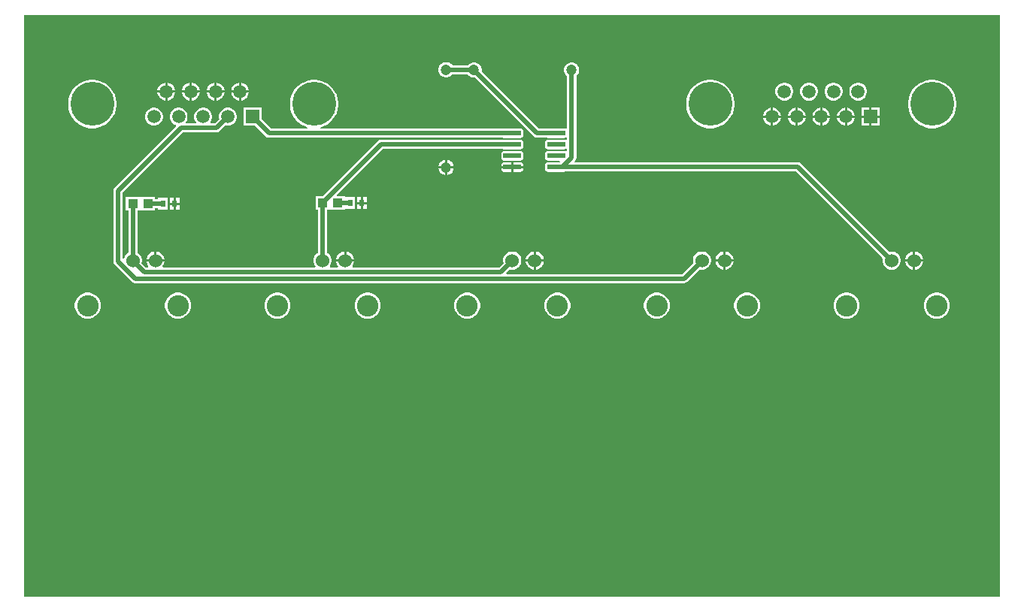
<source format=gbr>
G04*
G04 #@! TF.GenerationSoftware,Altium Limited,Altium Designer,22.11.1 (43)*
G04*
G04 Layer_Physical_Order=1*
G04 Layer_Color=255*
%FSLAX25Y25*%
%MOIN*%
G70*
G04*
G04 #@! TF.SameCoordinates,2508BC3E-BDE3-465E-931E-0E6F767F2DAF*
G04*
G04*
G04 #@! TF.FilePolarity,Positive*
G04*
G01*
G75*
%ADD15R,0.04331X0.03937*%
%ADD16R,0.02362X0.03150*%
G04:AMPARAMS|DCode=17|XSize=77.56mil|YSize=23.23mil|CornerRadius=2.9mil|HoleSize=0mil|Usage=FLASHONLY|Rotation=0.000|XOffset=0mil|YOffset=0mil|HoleType=Round|Shape=RoundedRectangle|*
%AMROUNDEDRECTD17*
21,1,0.07756,0.01742,0,0,0.0*
21,1,0.07175,0.02323,0,0,0.0*
1,1,0.00581,0.03588,-0.00871*
1,1,0.00581,-0.03588,-0.00871*
1,1,0.00581,-0.03588,0.00871*
1,1,0.00581,0.03588,0.00871*
%
%ADD17ROUNDEDRECTD17*%
%ADD21C,0.06000*%
%ADD27C,0.02000*%
%ADD28C,0.09500*%
%ADD29C,0.05906*%
%ADD30R,0.05906X0.05906*%
%ADD31C,0.19488*%
%ADD32C,0.04724*%
G36*
X532500Y100000D02*
X100000D01*
Y358000D01*
X532500D01*
Y100000D01*
D02*
G37*
%LPC*%
G36*
X174357Y327953D02*
X174337D01*
Y324500D01*
X177789D01*
Y324520D01*
X177520Y325526D01*
X176999Y326427D01*
X176264Y327163D01*
X175362Y327683D01*
X174357Y327953D01*
D02*
G37*
G36*
X185263D02*
X185242D01*
Y324500D01*
X188695D01*
Y324520D01*
X188426Y325526D01*
X187905Y326427D01*
X187169Y327163D01*
X186268Y327683D01*
X185263Y327953D01*
D02*
G37*
G36*
X163451D02*
X163431D01*
Y324500D01*
X166884D01*
Y324520D01*
X166614Y325526D01*
X166094Y326427D01*
X165358Y327163D01*
X164457Y327683D01*
X163451Y327953D01*
D02*
G37*
G36*
X196168D02*
X196148D01*
Y324500D01*
X199600D01*
Y324520D01*
X199331Y325526D01*
X198811Y326427D01*
X198075Y327163D01*
X197173Y327683D01*
X196168Y327953D01*
D02*
G37*
G36*
X162431D02*
X162411D01*
X161405Y327683D01*
X160504Y327163D01*
X159768Y326427D01*
X159248Y325526D01*
X158978Y324520D01*
Y324500D01*
X162431D01*
Y327953D01*
D02*
G37*
G36*
X195148D02*
X195127D01*
X194122Y327683D01*
X193220Y327163D01*
X192485Y326427D01*
X191964Y325526D01*
X191695Y324520D01*
Y324500D01*
X195148D01*
Y327953D01*
D02*
G37*
G36*
X173337D02*
X173316D01*
X172311Y327683D01*
X171409Y327163D01*
X170674Y326427D01*
X170153Y325526D01*
X169884Y324520D01*
Y324500D01*
X173337D01*
Y327953D01*
D02*
G37*
G36*
X184242D02*
X184222D01*
X183216Y327683D01*
X182315Y327163D01*
X181579Y326427D01*
X181059Y325526D01*
X180789Y324520D01*
Y324500D01*
X184242D01*
Y327953D01*
D02*
G37*
G36*
X470185D02*
X469145D01*
X468139Y327683D01*
X467238Y327163D01*
X466502Y326427D01*
X465982Y325526D01*
X465712Y324520D01*
Y323480D01*
X465982Y322474D01*
X466502Y321573D01*
X467238Y320837D01*
X468139Y320317D01*
X469145Y320047D01*
X470185D01*
X471191Y320317D01*
X472092Y320837D01*
X472828Y321573D01*
X473348Y322474D01*
X473618Y323480D01*
Y324520D01*
X473348Y325526D01*
X472828Y326427D01*
X472092Y327163D01*
X471191Y327683D01*
X470185Y327953D01*
D02*
G37*
G36*
X459280D02*
X458239D01*
X457234Y327683D01*
X456332Y327163D01*
X455596Y326427D01*
X455076Y325526D01*
X454807Y324520D01*
Y323480D01*
X455076Y322474D01*
X455596Y321573D01*
X456332Y320837D01*
X457234Y320317D01*
X458239Y320047D01*
X459280D01*
X460285Y320317D01*
X461187Y320837D01*
X461922Y321573D01*
X462443Y322474D01*
X462712Y323480D01*
Y324520D01*
X462443Y325526D01*
X461922Y326427D01*
X461187Y327163D01*
X460285Y327683D01*
X459280Y327953D01*
D02*
G37*
G36*
X448374D02*
X447333D01*
X446328Y327683D01*
X445427Y327163D01*
X444691Y326427D01*
X444171Y325526D01*
X443901Y324520D01*
Y323480D01*
X444171Y322474D01*
X444691Y321573D01*
X445427Y320837D01*
X446328Y320317D01*
X447333Y320047D01*
X448374D01*
X449380Y320317D01*
X450281Y320837D01*
X451017Y321573D01*
X451537Y322474D01*
X451807Y323480D01*
Y324520D01*
X451537Y325526D01*
X451017Y326427D01*
X450281Y327163D01*
X449380Y327683D01*
X448374Y327953D01*
D02*
G37*
G36*
X437469D02*
X436428D01*
X435423Y327683D01*
X434521Y327163D01*
X433785Y326427D01*
X433265Y325526D01*
X432996Y324520D01*
Y323480D01*
X433265Y322474D01*
X433785Y321573D01*
X434521Y320837D01*
X435423Y320317D01*
X436428Y320047D01*
X437469D01*
X438474Y320317D01*
X439375Y320837D01*
X440111Y321573D01*
X440632Y322474D01*
X440901Y323480D01*
Y324520D01*
X440632Y325526D01*
X440111Y326427D01*
X439375Y327163D01*
X438474Y327683D01*
X437469Y327953D01*
D02*
G37*
G36*
X199600Y323500D02*
X196148D01*
Y320047D01*
X196168D01*
X197173Y320317D01*
X198075Y320837D01*
X198811Y321573D01*
X199331Y322474D01*
X199600Y323480D01*
Y323500D01*
D02*
G37*
G36*
X195148D02*
X191695D01*
Y323480D01*
X191964Y322474D01*
X192485Y321573D01*
X193220Y320837D01*
X194122Y320317D01*
X195127Y320047D01*
X195148D01*
Y323500D01*
D02*
G37*
G36*
X188695D02*
X185242D01*
Y320047D01*
X185263D01*
X186268Y320317D01*
X187169Y320837D01*
X187905Y321573D01*
X188426Y322474D01*
X188695Y323480D01*
Y323500D01*
D02*
G37*
G36*
X184242D02*
X180789D01*
Y323480D01*
X181059Y322474D01*
X181579Y321573D01*
X182315Y320837D01*
X183216Y320317D01*
X184222Y320047D01*
X184242D01*
Y323500D01*
D02*
G37*
G36*
X177789D02*
X174337D01*
Y320047D01*
X174357D01*
X175362Y320317D01*
X176264Y320837D01*
X176999Y321573D01*
X177520Y322474D01*
X177789Y323480D01*
Y323500D01*
D02*
G37*
G36*
X173337D02*
X169884D01*
Y323480D01*
X170153Y322474D01*
X170674Y321573D01*
X171409Y320837D01*
X172311Y320317D01*
X173316Y320047D01*
X173337D01*
Y323500D01*
D02*
G37*
G36*
X166884D02*
X163431D01*
Y320047D01*
X163451D01*
X164457Y320317D01*
X165358Y320837D01*
X166094Y321573D01*
X166614Y322474D01*
X166884Y323480D01*
Y323500D01*
D02*
G37*
G36*
X162431D02*
X158978D01*
Y323480D01*
X159248Y322474D01*
X159768Y321573D01*
X160504Y320837D01*
X161405Y320317D01*
X162411Y320047D01*
X162431D01*
Y323500D01*
D02*
G37*
G36*
X442922Y316772D02*
X442901D01*
Y313319D01*
X446354D01*
Y313339D01*
X446085Y314345D01*
X445564Y315246D01*
X444828Y315982D01*
X443927Y316502D01*
X442922Y316772D01*
D02*
G37*
G36*
X479071D02*
X475618D01*
Y313319D01*
X479071D01*
Y316772D01*
D02*
G37*
G36*
X432016D02*
X431996D01*
Y313319D01*
X435448D01*
Y313339D01*
X435179Y314345D01*
X434659Y315246D01*
X433923Y315982D01*
X433021Y316502D01*
X432016Y316772D01*
D02*
G37*
G36*
X464733D02*
X464712D01*
Y313319D01*
X468165D01*
Y313339D01*
X467896Y314345D01*
X467375Y315246D01*
X466639Y315982D01*
X465738Y316502D01*
X464733Y316772D01*
D02*
G37*
G36*
X453827D02*
X453807D01*
Y313319D01*
X457259D01*
Y313339D01*
X456990Y314345D01*
X456470Y315246D01*
X455734Y315982D01*
X454832Y316502D01*
X453827Y316772D01*
D02*
G37*
G36*
X452807D02*
X452786D01*
X451781Y316502D01*
X450880Y315982D01*
X450144Y315246D01*
X449623Y314345D01*
X449354Y313339D01*
Y313319D01*
X452807D01*
Y316772D01*
D02*
G37*
G36*
X463712D02*
X463692D01*
X462686Y316502D01*
X461785Y315982D01*
X461049Y315246D01*
X460529Y314345D01*
X460259Y313339D01*
Y313319D01*
X463712D01*
Y316772D01*
D02*
G37*
G36*
X474618D02*
X471165D01*
Y313319D01*
X474618D01*
Y316772D01*
D02*
G37*
G36*
X430996D02*
X430975D01*
X429970Y316502D01*
X429069Y315982D01*
X428333Y315246D01*
X427812Y314345D01*
X427543Y313339D01*
Y313319D01*
X430996D01*
Y316772D01*
D02*
G37*
G36*
X441901D02*
X441881D01*
X440875Y316502D01*
X439974Y315982D01*
X439238Y315246D01*
X438718Y314345D01*
X438448Y313339D01*
Y313319D01*
X441901D01*
Y316772D01*
D02*
G37*
G36*
X190715D02*
X189674D01*
X188669Y316502D01*
X187768Y315982D01*
X187032Y315246D01*
X186511Y314345D01*
X186242Y313339D01*
Y312298D01*
X186358Y311866D01*
X184397Y309905D01*
X182619D01*
X182428Y310367D01*
X182452Y310392D01*
X182973Y311293D01*
X183242Y312298D01*
Y313339D01*
X182973Y314345D01*
X182452Y315246D01*
X181716Y315982D01*
X180815Y316502D01*
X179810Y316772D01*
X178769D01*
X177764Y316502D01*
X176862Y315982D01*
X176126Y315246D01*
X175606Y314345D01*
X175337Y313339D01*
Y312298D01*
X175606Y311293D01*
X176126Y310392D01*
X176151Y310367D01*
X175960Y309905D01*
X171714D01*
X171522Y310367D01*
X171547Y310392D01*
X172067Y311293D01*
X172337Y312298D01*
Y313339D01*
X172067Y314345D01*
X171547Y315246D01*
X170811Y315982D01*
X169910Y316502D01*
X168904Y316772D01*
X167863D01*
X166858Y316502D01*
X165957Y315982D01*
X165221Y315246D01*
X164700Y314345D01*
X164431Y313339D01*
Y312298D01*
X164700Y311293D01*
X165221Y310392D01*
X165957Y309656D01*
X166858Y309136D01*
X167080Y309076D01*
X167209Y308593D01*
X140058Y281442D01*
X139616Y280780D01*
X139461Y280000D01*
Y248525D01*
X139616Y247745D01*
X140058Y247083D01*
X147583Y239559D01*
X148245Y239117D01*
X149025Y238961D01*
X149025Y238961D01*
X392399D01*
X393179Y239117D01*
X393841Y239559D01*
X399407Y245125D01*
X399872Y245000D01*
X400926D01*
X401943Y245273D01*
X402855Y245800D01*
X403600Y246544D01*
X404126Y247457D01*
X404399Y248474D01*
Y249527D01*
X404126Y250544D01*
X403600Y251456D01*
X402855Y252201D01*
X401943Y252728D01*
X400926Y253000D01*
X399872D01*
X398855Y252728D01*
X397943Y252201D01*
X397198Y251456D01*
X396672Y250544D01*
X396399Y249527D01*
Y248474D01*
X396524Y248009D01*
X391554Y243040D01*
X313874D01*
X313683Y243502D01*
X315306Y245125D01*
X315771Y245000D01*
X316825D01*
X317842Y245273D01*
X318754Y245800D01*
X319499Y246544D01*
X320025Y247457D01*
X320298Y248474D01*
Y249527D01*
X320025Y250544D01*
X319499Y251456D01*
X318754Y252201D01*
X317842Y252728D01*
X316825Y253000D01*
X315771D01*
X314754Y252728D01*
X313842Y252201D01*
X313097Y251456D01*
X312571Y250544D01*
X312298Y249527D01*
Y248474D01*
X312423Y248009D01*
X310453Y246040D01*
X245546D01*
X245355Y246501D01*
X245398Y246544D01*
X245924Y247457D01*
X246197Y248474D01*
Y248500D01*
X242197D01*
X238197D01*
Y248474D01*
X238470Y247457D01*
X238996Y246544D01*
X239039Y246501D01*
X238848Y246040D01*
X235546D01*
X235355Y246501D01*
X235398Y246544D01*
X235924Y247457D01*
X236197Y248474D01*
Y249527D01*
X235924Y250544D01*
X235398Y251456D01*
X234653Y252201D01*
X234291Y252410D01*
Y271532D01*
X235335D01*
X235472Y271532D01*
Y271532D01*
X235835D01*
Y271532D01*
X242165D01*
X242260Y271925D01*
X246622D01*
Y277075D01*
X242260D01*
X242165Y277468D01*
X238543D01*
X238352Y277930D01*
X258882Y298461D01*
X312094D01*
X312165Y298413D01*
X312668Y298313D01*
X319844D01*
X320347Y298413D01*
X320774Y298699D01*
X321059Y299126D01*
X321159Y299629D01*
Y301371D01*
X321059Y301874D01*
X320774Y302301D01*
X320347Y302587D01*
X319844Y302687D01*
X312668D01*
X312165Y302587D01*
X312094Y302539D01*
X258038D01*
X257257Y302384D01*
X256596Y301942D01*
X232122Y277468D01*
X229142D01*
Y271532D01*
X230213D01*
Y252474D01*
X229741Y252201D01*
X228996Y251456D01*
X228470Y250544D01*
X228197Y249527D01*
Y248474D01*
X228470Y247457D01*
X228996Y246544D01*
X229039Y246501D01*
X228848Y246040D01*
X161445D01*
X161254Y246501D01*
X161297Y246544D01*
X161823Y247457D01*
X162096Y248474D01*
Y248500D01*
X158096D01*
X154096D01*
Y248474D01*
X154369Y247457D01*
X154895Y246544D01*
X154938Y246501D01*
X154747Y246040D01*
X153941D01*
X151971Y248009D01*
X152096Y248474D01*
Y249527D01*
X151823Y250544D01*
X151297Y251456D01*
X150552Y252201D01*
X150164Y252425D01*
Y271299D01*
X151181D01*
X151319Y271299D01*
X151681D01*
X151819Y271299D01*
X158012D01*
Y272176D01*
X159260D01*
Y271588D01*
X163622D01*
Y276738D01*
X159260D01*
Y276255D01*
X158012D01*
Y277236D01*
X151819D01*
X151681Y277236D01*
X151319D01*
X151181Y277236D01*
X144988D01*
Y271299D01*
X146086D01*
Y252459D01*
X145640Y252201D01*
X144895Y251456D01*
X144369Y250544D01*
X144205Y249934D01*
X143629Y249717D01*
X143539Y249777D01*
Y279155D01*
X170211Y305827D01*
X185242D01*
X186022Y305982D01*
X186684Y306424D01*
X189242Y308982D01*
X189674Y308866D01*
X190715D01*
X191720Y309136D01*
X192622Y309656D01*
X193358Y310392D01*
X193878Y311293D01*
X194148Y312298D01*
Y313339D01*
X193878Y314345D01*
X193358Y315246D01*
X192622Y315982D01*
X191720Y316502D01*
X190715Y316772D01*
D02*
G37*
G36*
X479071Y312319D02*
X475618D01*
Y308866D01*
X479071D01*
Y312319D01*
D02*
G37*
G36*
X474618D02*
X471165D01*
Y308866D01*
X474618D01*
Y312319D01*
D02*
G37*
G36*
X468165D02*
X464712D01*
Y308866D01*
X464733D01*
X465738Y309136D01*
X466639Y309656D01*
X467375Y310392D01*
X467896Y311293D01*
X468165Y312298D01*
Y312319D01*
D02*
G37*
G36*
X463712D02*
X460259D01*
Y312298D01*
X460529Y311293D01*
X461049Y310392D01*
X461785Y309656D01*
X462686Y309136D01*
X463692Y308866D01*
X463712D01*
Y312319D01*
D02*
G37*
G36*
X457259D02*
X453807D01*
Y308866D01*
X453827D01*
X454832Y309136D01*
X455734Y309656D01*
X456470Y310392D01*
X456990Y311293D01*
X457259Y312298D01*
Y312319D01*
D02*
G37*
G36*
X452807D02*
X449354D01*
Y312298D01*
X449623Y311293D01*
X450144Y310392D01*
X450880Y309656D01*
X451781Y309136D01*
X452786Y308866D01*
X452807D01*
Y312319D01*
D02*
G37*
G36*
X446354D02*
X442901D01*
Y308866D01*
X442922D01*
X443927Y309136D01*
X444828Y309656D01*
X445564Y310392D01*
X446085Y311293D01*
X446354Y312298D01*
Y312319D01*
D02*
G37*
G36*
X441901D02*
X438448D01*
Y312298D01*
X438718Y311293D01*
X439238Y310392D01*
X439974Y309656D01*
X440875Y309136D01*
X441881Y308866D01*
X441901D01*
Y312319D01*
D02*
G37*
G36*
X435448D02*
X431996D01*
Y308866D01*
X432016D01*
X433021Y309136D01*
X433923Y309656D01*
X434659Y310392D01*
X435179Y311293D01*
X435448Y312298D01*
Y312319D01*
D02*
G37*
G36*
X430996D02*
X427543D01*
Y312298D01*
X427812Y311293D01*
X428333Y310392D01*
X429069Y309656D01*
X429970Y309136D01*
X430975Y308866D01*
X430996D01*
Y312319D01*
D02*
G37*
G36*
X157999Y316772D02*
X156958D01*
X155953Y316502D01*
X155051Y315982D01*
X154315Y315246D01*
X153795Y314345D01*
X153525Y313339D01*
Y312298D01*
X153795Y311293D01*
X154315Y310392D01*
X155051Y309656D01*
X155953Y309136D01*
X156958Y308866D01*
X157999D01*
X159004Y309136D01*
X159905Y309656D01*
X160641Y310392D01*
X161162Y311293D01*
X161431Y312298D01*
Y313339D01*
X161162Y314345D01*
X160641Y315246D01*
X159905Y315982D01*
X159004Y316502D01*
X157999Y316772D01*
D02*
G37*
G36*
X503345Y329153D02*
X501654D01*
X499984Y328889D01*
X498375Y328366D01*
X496869Y327599D01*
X495500Y326605D01*
X494305Y325409D01*
X493310Y324041D01*
X492543Y322534D01*
X492020Y320925D01*
X491755Y319255D01*
Y317564D01*
X492020Y315894D01*
X492543Y314285D01*
X493310Y312778D01*
X494305Y311410D01*
X495500Y310214D01*
X496869Y309220D01*
X498375Y308453D01*
X499984Y307930D01*
X501654Y307665D01*
X503345D01*
X505016Y307930D01*
X506624Y308453D01*
X508131Y309220D01*
X509499Y310214D01*
X510695Y311410D01*
X511689Y312778D01*
X512457Y314285D01*
X512979Y315894D01*
X513244Y317564D01*
Y319255D01*
X512979Y320925D01*
X512457Y322534D01*
X511689Y324041D01*
X510695Y325409D01*
X509499Y326605D01*
X508131Y327599D01*
X506624Y328366D01*
X505016Y328889D01*
X503345Y329153D01*
D02*
G37*
G36*
X404959D02*
X403268D01*
X401598Y328889D01*
X399990Y328366D01*
X398483Y327599D01*
X397114Y326605D01*
X395919Y325409D01*
X394925Y324041D01*
X394157Y322534D01*
X393634Y320925D01*
X393370Y319255D01*
Y317564D01*
X393634Y315894D01*
X394157Y314285D01*
X394925Y312778D01*
X395919Y311410D01*
X397114Y310214D01*
X398483Y309220D01*
X399990Y308453D01*
X401598Y307930D01*
X403268Y307665D01*
X404959D01*
X406630Y307930D01*
X408238Y308453D01*
X409745Y309220D01*
X411113Y310214D01*
X412309Y311410D01*
X413303Y312778D01*
X414071Y314285D01*
X414593Y315894D01*
X414858Y317564D01*
Y319255D01*
X414593Y320925D01*
X414071Y322534D01*
X413303Y324041D01*
X412309Y325409D01*
X411113Y326605D01*
X409745Y327599D01*
X408238Y328366D01*
X406630Y328889D01*
X404959Y329153D01*
D02*
G37*
G36*
X130942D02*
X129251D01*
X127580Y328889D01*
X125972Y328366D01*
X124465Y327599D01*
X123097Y326605D01*
X121901Y325409D01*
X120907Y324041D01*
X120140Y322534D01*
X119617Y320925D01*
X119352Y319255D01*
Y317564D01*
X119617Y315894D01*
X120140Y314285D01*
X120907Y312778D01*
X121901Y311410D01*
X123097Y310214D01*
X124465Y309220D01*
X125972Y308453D01*
X127580Y307930D01*
X129251Y307665D01*
X130942D01*
X132612Y307930D01*
X134221Y308453D01*
X135728Y309220D01*
X137096Y310214D01*
X138292Y311410D01*
X139286Y312778D01*
X140053Y314285D01*
X140576Y315894D01*
X140840Y317564D01*
Y319255D01*
X140576Y320925D01*
X140053Y322534D01*
X139286Y324041D01*
X138292Y325409D01*
X137096Y326605D01*
X135728Y327599D01*
X134221Y328366D01*
X132612Y328889D01*
X130942Y329153D01*
D02*
G37*
G36*
X229328D02*
X227637D01*
X225966Y328889D01*
X224358Y328366D01*
X222851Y327599D01*
X221483Y326605D01*
X220287Y325409D01*
X219293Y324041D01*
X218525Y322534D01*
X218003Y320925D01*
X217738Y319255D01*
Y317564D01*
X218003Y315894D01*
X218525Y314285D01*
X219293Y312778D01*
X220287Y311410D01*
X221483Y310214D01*
X222851Y309220D01*
X224358Y308453D01*
X225630Y308039D01*
X225551Y307539D01*
X209264D01*
X205053Y311750D01*
Y316772D01*
X197148D01*
Y308866D01*
X202169D01*
X206977Y304058D01*
X207639Y303616D01*
X208419Y303461D01*
X312094D01*
X312165Y303414D01*
X312668Y303313D01*
X319844D01*
X320347Y303414D01*
X320774Y303699D01*
X321059Y304125D01*
X321159Y304629D01*
Y306371D01*
X321059Y306874D01*
X320774Y307301D01*
X320347Y307587D01*
X319844Y307687D01*
X312668D01*
X312165Y307587D01*
X312094Y307539D01*
X231414D01*
X231334Y308039D01*
X232607Y308453D01*
X234113Y309220D01*
X235482Y310214D01*
X236677Y311410D01*
X237671Y312778D01*
X238439Y314285D01*
X238962Y315894D01*
X239226Y317564D01*
Y319255D01*
X238962Y320925D01*
X238439Y322534D01*
X237671Y324041D01*
X236677Y325409D01*
X235482Y326605D01*
X234113Y327599D01*
X232607Y328366D01*
X230998Y328889D01*
X229328Y329153D01*
D02*
G37*
G36*
X287443Y337016D02*
X286557D01*
X285702Y336787D01*
X284936Y336344D01*
X284310Y335718D01*
X283867Y334951D01*
X283638Y334096D01*
Y333211D01*
X283867Y332356D01*
X284310Y331589D01*
X284936Y330963D01*
X285702Y330521D01*
X286557Y330291D01*
X287443D01*
X288298Y330521D01*
X289064Y330963D01*
X289639Y331538D01*
X296597D01*
X296656Y331436D01*
X297282Y330810D01*
X298049Y330367D01*
X298904Y330138D01*
X299789D01*
X299817Y330145D01*
X325904Y304058D01*
X326566Y303616D01*
X327346Y303461D01*
X331582D01*
X331653Y303414D01*
X332156Y303313D01*
X339332D01*
X339835Y303414D01*
X340114Y303600D01*
X340582Y303408D01*
X340614Y303379D01*
Y302622D01*
X340582Y302592D01*
X340114Y302400D01*
X339835Y302587D01*
X339332Y302687D01*
X332156D01*
X331653Y302587D01*
X331226Y302301D01*
X330941Y301874D01*
X330841Y301371D01*
Y299629D01*
X330941Y299126D01*
X331226Y298699D01*
X331653Y298413D01*
X332156Y298313D01*
X339332D01*
X339835Y298413D01*
X340114Y298600D01*
X340582Y298408D01*
X340614Y298378D01*
Y297621D01*
X340582Y297592D01*
X340114Y297400D01*
X339835Y297586D01*
X339332Y297687D01*
X332156D01*
X331653Y297586D01*
X331226Y297301D01*
X330941Y296874D01*
X330841Y296371D01*
Y294629D01*
X330941Y294126D01*
X331226Y293699D01*
X331653Y293413D01*
X332156Y293313D01*
X337282D01*
X337543Y292813D01*
X337455Y292687D01*
X332156D01*
X331653Y292586D01*
X331226Y292301D01*
X330941Y291875D01*
X330841Y291371D01*
Y289629D01*
X330941Y289125D01*
X331226Y288699D01*
X331653Y288414D01*
X332156Y288313D01*
X339332D01*
X339835Y288414D01*
X339906Y288461D01*
X442156D01*
X480625Y249992D01*
X480500Y249527D01*
Y248474D01*
X480773Y247457D01*
X481299Y246544D01*
X482044Y245800D01*
X482956Y245273D01*
X483973Y245000D01*
X485027D01*
X486044Y245273D01*
X486956Y245800D01*
X487701Y246544D01*
X488227Y247457D01*
X488500Y248474D01*
Y249527D01*
X488227Y250544D01*
X487701Y251456D01*
X486956Y252201D01*
X486044Y252728D01*
X485027Y253000D01*
X483973D01*
X483508Y252876D01*
X444442Y291942D01*
X443781Y292384D01*
X443000Y292539D01*
X344037D01*
X343846Y293001D01*
X344095Y293251D01*
X344537Y293913D01*
X344693Y294693D01*
Y330795D01*
X344718Y330810D01*
X345344Y331436D01*
X345787Y332202D01*
X346016Y333057D01*
Y333943D01*
X345787Y334798D01*
X345344Y335564D01*
X344718Y336190D01*
X343951Y336633D01*
X343096Y336862D01*
X342211D01*
X341356Y336633D01*
X340589Y336190D01*
X339963Y335564D01*
X339521Y334798D01*
X339291Y333943D01*
Y333057D01*
X339521Y332202D01*
X339963Y331436D01*
X340589Y330810D01*
X340614Y330795D01*
Y307622D01*
X340582Y307592D01*
X340114Y307400D01*
X339835Y307587D01*
X339332Y307687D01*
X332156D01*
X331653Y307587D01*
X331582Y307539D01*
X328191D01*
X302701Y333029D01*
X302709Y333057D01*
Y333943D01*
X302480Y334798D01*
X302037Y335564D01*
X301411Y336190D01*
X300644Y336633D01*
X299789Y336862D01*
X298904D01*
X298049Y336633D01*
X297282Y336190D01*
X296708Y335616D01*
X289749D01*
X289690Y335718D01*
X289064Y336344D01*
X288298Y336787D01*
X287443Y337016D01*
D02*
G37*
G36*
X319844Y297687D02*
X312668D01*
X312165Y297586D01*
X311738Y297301D01*
X311453Y296874D01*
X311353Y296371D01*
Y294629D01*
X311453Y294126D01*
X311738Y293699D01*
X312165Y293413D01*
X312668Y293313D01*
X319844D01*
X320347Y293413D01*
X320774Y293699D01*
X321059Y294126D01*
X321159Y294629D01*
Y296371D01*
X321059Y296874D01*
X320774Y297301D01*
X320347Y297586D01*
X319844Y297687D01*
D02*
G37*
G36*
Y292687D02*
X316756D01*
Y291000D01*
X321159D01*
Y291371D01*
X321059Y291875D01*
X320774Y292301D01*
X320347Y292586D01*
X319844Y292687D01*
D02*
G37*
G36*
X315756D02*
X312668D01*
X312165Y292586D01*
X311738Y292301D01*
X311453Y291875D01*
X311353Y291371D01*
Y291000D01*
X315756D01*
Y292687D01*
D02*
G37*
G36*
X287500Y293693D02*
Y290846D01*
X290347D01*
X290133Y291644D01*
X289690Y292411D01*
X289064Y293037D01*
X288298Y293479D01*
X287500Y293693D01*
D02*
G37*
G36*
X286500D02*
X285702Y293479D01*
X284936Y293037D01*
X284310Y292411D01*
X283867Y291644D01*
X283653Y290846D01*
X286500D01*
Y293693D01*
D02*
G37*
G36*
X321159Y290000D02*
X316756D01*
Y288313D01*
X319844D01*
X320347Y288414D01*
X320774Y288699D01*
X321059Y289125D01*
X321159Y289629D01*
Y290000D01*
D02*
G37*
G36*
X315756D02*
X311353D01*
Y289629D01*
X311453Y289125D01*
X311738Y288699D01*
X312165Y288414D01*
X312668Y288313D01*
X315756D01*
Y290000D01*
D02*
G37*
G36*
X290347Y289846D02*
X287500D01*
Y287000D01*
X288298Y287213D01*
X289064Y287656D01*
X289690Y288282D01*
X290133Y289049D01*
X290347Y289846D01*
D02*
G37*
G36*
X286500D02*
X283653D01*
X283867Y289049D01*
X284310Y288282D01*
X284936Y287656D01*
X285702Y287213D01*
X286500Y287000D01*
Y289846D01*
D02*
G37*
G36*
X251740Y277075D02*
X250059D01*
Y275000D01*
X251740D01*
Y277075D01*
D02*
G37*
G36*
X249059D02*
X247378D01*
Y275000D01*
X249059D01*
Y277075D01*
D02*
G37*
G36*
X168740Y276738D02*
X167059D01*
Y274663D01*
X168740D01*
Y276738D01*
D02*
G37*
G36*
X166059D02*
X164378D01*
Y274663D01*
X166059D01*
Y276738D01*
D02*
G37*
G36*
X251740Y274000D02*
X250059D01*
Y271925D01*
X251740D01*
Y274000D01*
D02*
G37*
G36*
X249059D02*
X247378D01*
Y271925D01*
X249059D01*
Y274000D01*
D02*
G37*
G36*
X168740Y273663D02*
X167059D01*
Y271588D01*
X168740D01*
Y273663D01*
D02*
G37*
G36*
X166059D02*
X164378D01*
Y271588D01*
X166059D01*
Y273663D01*
D02*
G37*
G36*
X242724Y253000D02*
X242697D01*
Y249500D01*
X246197D01*
Y249527D01*
X245924Y250544D01*
X245398Y251456D01*
X244653Y252201D01*
X243741Y252728D01*
X242724Y253000D01*
D02*
G37*
G36*
X158623D02*
X158596D01*
Y249500D01*
X162096D01*
Y249527D01*
X161823Y250544D01*
X161297Y251456D01*
X160552Y252201D01*
X159640Y252728D01*
X158623Y253000D01*
D02*
G37*
G36*
X495027D02*
X495000D01*
Y249500D01*
X498500D01*
Y249527D01*
X498227Y250544D01*
X497701Y251456D01*
X496956Y252201D01*
X496044Y252728D01*
X495027Y253000D01*
D02*
G37*
G36*
X326825D02*
X326798D01*
Y249500D01*
X330298D01*
Y249527D01*
X330025Y250544D01*
X329499Y251456D01*
X328754Y252201D01*
X327842Y252728D01*
X326825Y253000D01*
D02*
G37*
G36*
X410926D02*
X410899D01*
Y249500D01*
X414399D01*
Y249527D01*
X414126Y250544D01*
X413600Y251456D01*
X412855Y252201D01*
X411943Y252728D01*
X410926Y253000D01*
D02*
G37*
G36*
X157596D02*
X157569D01*
X156552Y252728D01*
X155640Y252201D01*
X154895Y251456D01*
X154369Y250544D01*
X154096Y249527D01*
Y249500D01*
X157596D01*
Y253000D01*
D02*
G37*
G36*
X241697D02*
X241670D01*
X240653Y252728D01*
X239741Y252201D01*
X238996Y251456D01*
X238470Y250544D01*
X238197Y249527D01*
Y249500D01*
X241697D01*
Y253000D01*
D02*
G37*
G36*
X494000D02*
X493973D01*
X492956Y252728D01*
X492044Y252201D01*
X491299Y251456D01*
X490773Y250544D01*
X490500Y249527D01*
Y249500D01*
X494000D01*
Y253000D01*
D02*
G37*
G36*
X325798D02*
X325771D01*
X324754Y252728D01*
X323842Y252201D01*
X323097Y251456D01*
X322571Y250544D01*
X322298Y249527D01*
Y249500D01*
X325798D01*
Y253000D01*
D02*
G37*
G36*
X409899D02*
X409872D01*
X408855Y252728D01*
X407943Y252201D01*
X407198Y251456D01*
X406672Y250544D01*
X406399Y249527D01*
Y249500D01*
X409899D01*
Y253000D01*
D02*
G37*
G36*
X498500Y248500D02*
X495000D01*
Y245000D01*
X495027D01*
X496044Y245273D01*
X496956Y245800D01*
X497701Y246544D01*
X498227Y247457D01*
X498500Y248474D01*
Y248500D01*
D02*
G37*
G36*
X494000D02*
X490500D01*
Y248474D01*
X490773Y247457D01*
X491299Y246544D01*
X492044Y245800D01*
X492956Y245273D01*
X493973Y245000D01*
X494000D01*
Y248500D01*
D02*
G37*
G36*
X414399D02*
X410899D01*
Y245000D01*
X410926D01*
X411943Y245273D01*
X412855Y245800D01*
X413600Y246544D01*
X414126Y247457D01*
X414399Y248474D01*
Y248500D01*
D02*
G37*
G36*
X409899D02*
X406399D01*
Y248474D01*
X406672Y247457D01*
X407198Y246544D01*
X407943Y245800D01*
X408855Y245273D01*
X409872Y245000D01*
X409899D01*
Y248500D01*
D02*
G37*
G36*
X330298D02*
X326798D01*
Y245000D01*
X326825D01*
X327842Y245273D01*
X328754Y245800D01*
X329499Y246544D01*
X330025Y247457D01*
X330298Y248474D01*
Y248500D01*
D02*
G37*
G36*
X325798D02*
X322298D01*
Y248474D01*
X322571Y247457D01*
X323097Y246544D01*
X323842Y245800D01*
X324754Y245273D01*
X325771Y245000D01*
X325798D01*
Y248500D01*
D02*
G37*
G36*
X505257Y234750D02*
X503743D01*
X502281Y234358D01*
X500969Y233601D01*
X499899Y232530D01*
X499142Y231219D01*
X498750Y229757D01*
Y228243D01*
X499142Y226781D01*
X499899Y225469D01*
X500969Y224399D01*
X502281Y223642D01*
X503743Y223250D01*
X505257D01*
X506719Y223642D01*
X508031Y224399D01*
X509101Y225469D01*
X509858Y226781D01*
X510250Y228243D01*
Y229757D01*
X509858Y231219D01*
X509101Y232530D01*
X508031Y233601D01*
X506719Y234358D01*
X505257Y234750D01*
D02*
G37*
G36*
X465257D02*
X463743D01*
X462281Y234358D01*
X460969Y233601D01*
X459899Y232530D01*
X459142Y231219D01*
X458750Y229757D01*
Y228243D01*
X459142Y226781D01*
X459899Y225469D01*
X460969Y224399D01*
X462281Y223642D01*
X463743Y223250D01*
X465257D01*
X466719Y223642D01*
X468031Y224399D01*
X469101Y225469D01*
X469858Y226781D01*
X470250Y228243D01*
Y229757D01*
X469858Y231219D01*
X469101Y232530D01*
X468031Y233601D01*
X466719Y234358D01*
X465257Y234750D01*
D02*
G37*
G36*
X421156D02*
X419642D01*
X418180Y234358D01*
X416868Y233601D01*
X415798Y232530D01*
X415041Y231219D01*
X414649Y229757D01*
Y228243D01*
X415041Y226781D01*
X415798Y225469D01*
X416868Y224399D01*
X418180Y223642D01*
X419642Y223250D01*
X421156D01*
X422618Y223642D01*
X423930Y224399D01*
X425000Y225469D01*
X425757Y226781D01*
X426149Y228243D01*
Y229757D01*
X425757Y231219D01*
X425000Y232530D01*
X423930Y233601D01*
X422618Y234358D01*
X421156Y234750D01*
D02*
G37*
G36*
X381156D02*
X379642D01*
X378180Y234358D01*
X376868Y233601D01*
X375798Y232530D01*
X375041Y231219D01*
X374649Y229757D01*
Y228243D01*
X375041Y226781D01*
X375798Y225469D01*
X376868Y224399D01*
X378180Y223642D01*
X379642Y223250D01*
X381156D01*
X382618Y223642D01*
X383930Y224399D01*
X385000Y225469D01*
X385757Y226781D01*
X386149Y228243D01*
Y229757D01*
X385757Y231219D01*
X385000Y232530D01*
X383930Y233601D01*
X382618Y234358D01*
X381156Y234750D01*
D02*
G37*
G36*
X337055D02*
X335541D01*
X334079Y234358D01*
X332767Y233601D01*
X331697Y232530D01*
X330940Y231219D01*
X330548Y229757D01*
Y228243D01*
X330940Y226781D01*
X331697Y225469D01*
X332767Y224399D01*
X334079Y223642D01*
X335541Y223250D01*
X337055D01*
X338517Y223642D01*
X339829Y224399D01*
X340899Y225469D01*
X341656Y226781D01*
X342048Y228243D01*
Y229757D01*
X341656Y231219D01*
X340899Y232530D01*
X339829Y233601D01*
X338517Y234358D01*
X337055Y234750D01*
D02*
G37*
G36*
X297055D02*
X295541D01*
X294079Y234358D01*
X292767Y233601D01*
X291697Y232530D01*
X290940Y231219D01*
X290548Y229757D01*
Y228243D01*
X290940Y226781D01*
X291697Y225469D01*
X292767Y224399D01*
X294079Y223642D01*
X295541Y223250D01*
X297055D01*
X298517Y223642D01*
X299829Y224399D01*
X300899Y225469D01*
X301656Y226781D01*
X302048Y228243D01*
Y229757D01*
X301656Y231219D01*
X300899Y232530D01*
X299829Y233601D01*
X298517Y234358D01*
X297055Y234750D01*
D02*
G37*
G36*
X252954D02*
X251440D01*
X249978Y234358D01*
X248666Y233601D01*
X247596Y232530D01*
X246839Y231219D01*
X246447Y229757D01*
Y228243D01*
X246839Y226781D01*
X247596Y225469D01*
X248666Y224399D01*
X249978Y223642D01*
X251440Y223250D01*
X252954D01*
X254416Y223642D01*
X255728Y224399D01*
X256798Y225469D01*
X257555Y226781D01*
X257947Y228243D01*
Y229757D01*
X257555Y231219D01*
X256798Y232530D01*
X255728Y233601D01*
X254416Y234358D01*
X252954Y234750D01*
D02*
G37*
G36*
X212954D02*
X211440D01*
X209978Y234358D01*
X208666Y233601D01*
X207596Y232530D01*
X206839Y231219D01*
X206447Y229757D01*
Y228243D01*
X206839Y226781D01*
X207596Y225469D01*
X208666Y224399D01*
X209978Y223642D01*
X211440Y223250D01*
X212954D01*
X214416Y223642D01*
X215728Y224399D01*
X216798Y225469D01*
X217555Y226781D01*
X217947Y228243D01*
Y229757D01*
X217555Y231219D01*
X216798Y232530D01*
X215728Y233601D01*
X214416Y234358D01*
X212954Y234750D01*
D02*
G37*
G36*
X168853D02*
X167339D01*
X165877Y234358D01*
X164565Y233601D01*
X163495Y232530D01*
X162738Y231219D01*
X162346Y229757D01*
Y228243D01*
X162738Y226781D01*
X163495Y225469D01*
X164565Y224399D01*
X165877Y223642D01*
X167339Y223250D01*
X168853D01*
X170315Y223642D01*
X171627Y224399D01*
X172697Y225469D01*
X173454Y226781D01*
X173846Y228243D01*
Y229757D01*
X173454Y231219D01*
X172697Y232530D01*
X171627Y233601D01*
X170315Y234358D01*
X168853Y234750D01*
D02*
G37*
G36*
X128853D02*
X127339D01*
X125877Y234358D01*
X124565Y233601D01*
X123495Y232530D01*
X122738Y231219D01*
X122346Y229757D01*
Y228243D01*
X122738Y226781D01*
X123495Y225469D01*
X124565Y224399D01*
X125877Y223642D01*
X127339Y223250D01*
X128853D01*
X130315Y223642D01*
X131627Y224399D01*
X132697Y225469D01*
X133454Y226781D01*
X133846Y228243D01*
Y229757D01*
X133454Y231219D01*
X132697Y232530D01*
X131627Y233601D01*
X130315Y234358D01*
X128853Y234750D01*
D02*
G37*
%LPD*%
D15*
X148153Y274268D02*
D03*
X154847D02*
D03*
X232307Y274500D02*
D03*
X239000D02*
D03*
D16*
X249559D02*
D03*
X244441D02*
D03*
X166559Y274163D02*
D03*
X161441D02*
D03*
D17*
X316256Y305500D02*
D03*
Y300500D02*
D03*
Y295500D02*
D03*
Y290500D02*
D03*
X335744D02*
D03*
Y295500D02*
D03*
Y300500D02*
D03*
Y305500D02*
D03*
D21*
X232197Y249000D02*
D03*
X242197D02*
D03*
X400399D02*
D03*
X410399D02*
D03*
X316298D02*
D03*
X326298D02*
D03*
X148096D02*
D03*
X158096D02*
D03*
X484500D02*
D03*
X494500D02*
D03*
D27*
X141500Y248525D02*
Y280000D01*
X169366Y307866D02*
X185242D01*
X141500Y280000D02*
X169366Y307866D01*
X185242D02*
X190195Y312819D01*
X232252Y274445D02*
X232449D01*
X233472Y275468D02*
Y275935D01*
X232449Y274445D02*
X233472Y275468D01*
X258038Y300500D02*
X316256D01*
X233472Y275935D02*
X258038Y300500D01*
X392399Y241000D02*
X400399Y249000D01*
X149025Y241000D02*
X392399D01*
X141500Y248525D02*
X149025Y241000D01*
X232252Y249055D02*
Y274445D01*
X232197Y249000D02*
X232252Y249055D01*
X311298Y244000D02*
X316298Y249000D01*
X153096Y244000D02*
X311298D01*
X148096Y249000D02*
X153096Y244000D01*
X148125Y249029D02*
Y274239D01*
X148096Y249000D02*
X148125Y249029D01*
Y274239D02*
X148153Y274268D01*
X338461Y290500D02*
X443000D01*
X342653Y294693D02*
Y333500D01*
X338461Y290500D02*
X342653Y294693D01*
X335744Y290500D02*
X338461D01*
X287000Y333653D02*
X287077Y333577D01*
X299270D01*
X299346Y333500D01*
X443000Y290500D02*
X484500Y249000D01*
X299346Y333500D02*
X327346Y305500D01*
X335744D01*
X201100Y312819D02*
X208419Y305500D01*
X316256D01*
X239000Y274500D02*
X244441D01*
X155784Y274216D02*
X161389D01*
X161441Y274163D01*
X155500Y274500D02*
X155784Y274216D01*
X154847Y274268D02*
X155268D01*
X155500Y274500D01*
D28*
X252197Y229000D02*
D03*
X212197D02*
D03*
X420399D02*
D03*
X380399D02*
D03*
X336298D02*
D03*
X296298D02*
D03*
X168096D02*
D03*
X128096D02*
D03*
X504500D02*
D03*
X464500D02*
D03*
D29*
X469665Y324000D02*
D03*
X458759D02*
D03*
X447854D02*
D03*
X436948D02*
D03*
X431496Y312819D02*
D03*
X442401D02*
D03*
X453307D02*
D03*
X464212D02*
D03*
X195648Y324000D02*
D03*
X184742D02*
D03*
X173837D02*
D03*
X162931D02*
D03*
X157478Y312819D02*
D03*
X168384D02*
D03*
X179289D02*
D03*
X190195D02*
D03*
D30*
X475118D02*
D03*
X201100D02*
D03*
D31*
X502500Y318409D02*
D03*
X404114D02*
D03*
X228482D02*
D03*
X130096D02*
D03*
D32*
X287000Y290347D02*
D03*
Y333653D02*
D03*
X299346Y333500D02*
D03*
X342653D02*
D03*
M02*

</source>
